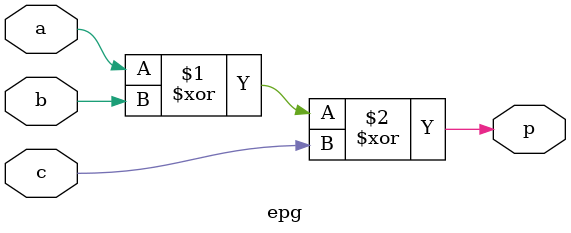
<source format=v>
module epg(input a,b,c,output p);
assign p=(a^b^c);
endmodule

</source>
